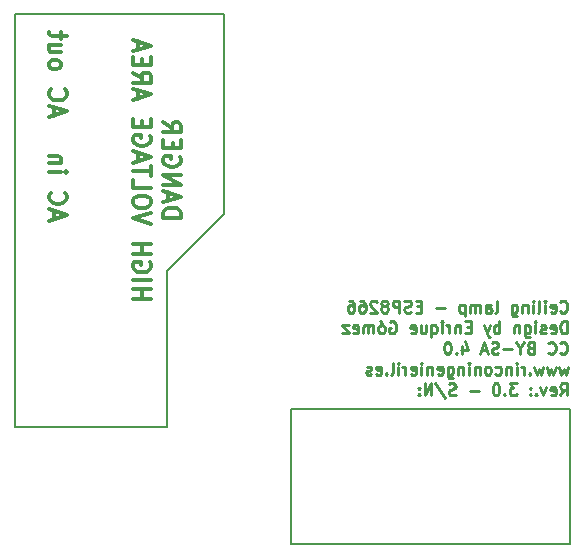
<source format=gbo>
G04 #@! TF.GenerationSoftware,KiCad,Pcbnew,5.1.9-73d0e3b20d~88~ubuntu20.04.1*
G04 #@! TF.CreationDate,2021-03-27T20:57:37+01:00*
G04 #@! TF.ProjectId,Ceiling lamp,4365696c-696e-4672-906c-616d702e6b69,rev?*
G04 #@! TF.SameCoordinates,Original*
G04 #@! TF.FileFunction,Legend,Bot*
G04 #@! TF.FilePolarity,Positive*
%FSLAX46Y46*%
G04 Gerber Fmt 4.6, Leading zero omitted, Abs format (unit mm)*
G04 Created by KiCad (PCBNEW 5.1.9-73d0e3b20d~88~ubuntu20.04.1) date 2021-03-27 20:57:37*
%MOMM*%
%LPD*%
G01*
G04 APERTURE LIST*
%ADD10C,0.300000*%
%ADD11C,0.200000*%
%ADD12C,0.250000*%
G04 APERTURE END LIST*
D10*
X73150000Y-65614285D02*
X73150000Y-64900000D01*
X72721428Y-65757142D02*
X74221428Y-65257142D01*
X72721428Y-64757142D01*
X72864285Y-63400000D02*
X72792857Y-63471428D01*
X72721428Y-63685714D01*
X72721428Y-63828571D01*
X72792857Y-64042857D01*
X72935714Y-64185714D01*
X73078571Y-64257142D01*
X73364285Y-64328571D01*
X73578571Y-64328571D01*
X73864285Y-64257142D01*
X74007142Y-64185714D01*
X74150000Y-64042857D01*
X74221428Y-63828571D01*
X74221428Y-63685714D01*
X74150000Y-63471428D01*
X74078571Y-63400000D01*
X72721428Y-61614285D02*
X73721428Y-61614285D01*
X74221428Y-61614285D02*
X74150000Y-61685714D01*
X74078571Y-61614285D01*
X74150000Y-61542857D01*
X74221428Y-61614285D01*
X74078571Y-61614285D01*
X73721428Y-60900000D02*
X72721428Y-60900000D01*
X73578571Y-60900000D02*
X73650000Y-60828571D01*
X73721428Y-60685714D01*
X73721428Y-60471428D01*
X73650000Y-60328571D01*
X73507142Y-60257142D01*
X72721428Y-60257142D01*
X73150000Y-56864285D02*
X73150000Y-56150000D01*
X72721428Y-57007142D02*
X74221428Y-56507142D01*
X72721428Y-56007142D01*
X72864285Y-54650000D02*
X72792857Y-54721428D01*
X72721428Y-54935714D01*
X72721428Y-55078571D01*
X72792857Y-55292857D01*
X72935714Y-55435714D01*
X73078571Y-55507142D01*
X73364285Y-55578571D01*
X73578571Y-55578571D01*
X73864285Y-55507142D01*
X74007142Y-55435714D01*
X74150000Y-55292857D01*
X74221428Y-55078571D01*
X74221428Y-54935714D01*
X74150000Y-54721428D01*
X74078571Y-54650000D01*
X72721428Y-52650000D02*
X72792857Y-52792857D01*
X72864285Y-52864285D01*
X73007142Y-52935714D01*
X73435714Y-52935714D01*
X73578571Y-52864285D01*
X73650000Y-52792857D01*
X73721428Y-52650000D01*
X73721428Y-52435714D01*
X73650000Y-52292857D01*
X73578571Y-52221428D01*
X73435714Y-52150000D01*
X73007142Y-52150000D01*
X72864285Y-52221428D01*
X72792857Y-52292857D01*
X72721428Y-52435714D01*
X72721428Y-52650000D01*
X73721428Y-50864285D02*
X72721428Y-50864285D01*
X73721428Y-51507142D02*
X72935714Y-51507142D01*
X72792857Y-51435714D01*
X72721428Y-51292857D01*
X72721428Y-51078571D01*
X72792857Y-50935714D01*
X72864285Y-50864285D01*
X73721428Y-50364285D02*
X73721428Y-49792857D01*
X74221428Y-50150000D02*
X72935714Y-50150000D01*
X72792857Y-50078571D01*
X72721428Y-49935714D01*
X72721428Y-49792857D01*
D11*
X82677000Y-83185000D02*
X82677000Y-69977000D01*
X116840000Y-93091000D02*
X116840000Y-81661000D01*
X93218000Y-93091000D02*
X116840000Y-93091000D01*
X93218000Y-81661000D02*
X93218000Y-93091000D01*
X116840000Y-81661000D02*
X93218000Y-81661000D01*
X69850000Y-83185000D02*
X69850000Y-48260000D01*
X82677000Y-83185000D02*
X69850000Y-83185000D01*
X87503000Y-65151000D02*
X82677000Y-69977000D01*
X87503000Y-48260000D02*
X87503000Y-65151000D01*
X69850000Y-48260000D02*
X87503000Y-48260000D01*
D10*
X82396428Y-65500000D02*
X83896428Y-65500000D01*
X83896428Y-65142857D01*
X83825000Y-64928571D01*
X83682142Y-64785714D01*
X83539285Y-64714285D01*
X83253571Y-64642857D01*
X83039285Y-64642857D01*
X82753571Y-64714285D01*
X82610714Y-64785714D01*
X82467857Y-64928571D01*
X82396428Y-65142857D01*
X82396428Y-65500000D01*
X82825000Y-64071428D02*
X82825000Y-63357142D01*
X82396428Y-64214285D02*
X83896428Y-63714285D01*
X82396428Y-63214285D01*
X82396428Y-62714285D02*
X83896428Y-62714285D01*
X82396428Y-61857142D01*
X83896428Y-61857142D01*
X83825000Y-60357142D02*
X83896428Y-60500000D01*
X83896428Y-60714285D01*
X83825000Y-60928571D01*
X83682142Y-61071428D01*
X83539285Y-61142857D01*
X83253571Y-61214285D01*
X83039285Y-61214285D01*
X82753571Y-61142857D01*
X82610714Y-61071428D01*
X82467857Y-60928571D01*
X82396428Y-60714285D01*
X82396428Y-60571428D01*
X82467857Y-60357142D01*
X82539285Y-60285714D01*
X83039285Y-60285714D01*
X83039285Y-60571428D01*
X83182142Y-59642857D02*
X83182142Y-59142857D01*
X82396428Y-58928571D02*
X82396428Y-59642857D01*
X83896428Y-59642857D01*
X83896428Y-58928571D01*
X82396428Y-57428571D02*
X83110714Y-57928571D01*
X82396428Y-58285714D02*
X83896428Y-58285714D01*
X83896428Y-57714285D01*
X83825000Y-57571428D01*
X83753571Y-57500000D01*
X83610714Y-57428571D01*
X83396428Y-57428571D01*
X83253571Y-57500000D01*
X83182142Y-57571428D01*
X83110714Y-57714285D01*
X83110714Y-58285714D01*
X79846428Y-72357142D02*
X81346428Y-72357142D01*
X80632142Y-72357142D02*
X80632142Y-71500000D01*
X79846428Y-71500000D02*
X81346428Y-71500000D01*
X79846428Y-70785714D02*
X81346428Y-70785714D01*
X81275000Y-69285714D02*
X81346428Y-69428571D01*
X81346428Y-69642857D01*
X81275000Y-69857142D01*
X81132142Y-70000000D01*
X80989285Y-70071428D01*
X80703571Y-70142857D01*
X80489285Y-70142857D01*
X80203571Y-70071428D01*
X80060714Y-70000000D01*
X79917857Y-69857142D01*
X79846428Y-69642857D01*
X79846428Y-69500000D01*
X79917857Y-69285714D01*
X79989285Y-69214285D01*
X80489285Y-69214285D01*
X80489285Y-69500000D01*
X79846428Y-68571428D02*
X81346428Y-68571428D01*
X80632142Y-68571428D02*
X80632142Y-67714285D01*
X79846428Y-67714285D02*
X81346428Y-67714285D01*
X81346428Y-66071428D02*
X79846428Y-65571428D01*
X81346428Y-65071428D01*
X81346428Y-64285714D02*
X81346428Y-64000000D01*
X81275000Y-63857142D01*
X81132142Y-63714285D01*
X80846428Y-63642857D01*
X80346428Y-63642857D01*
X80060714Y-63714285D01*
X79917857Y-63857142D01*
X79846428Y-64000000D01*
X79846428Y-64285714D01*
X79917857Y-64428571D01*
X80060714Y-64571428D01*
X80346428Y-64642857D01*
X80846428Y-64642857D01*
X81132142Y-64571428D01*
X81275000Y-64428571D01*
X81346428Y-64285714D01*
X79846428Y-62285714D02*
X79846428Y-63000000D01*
X81346428Y-63000000D01*
X81346428Y-62000000D02*
X81346428Y-61142857D01*
X79846428Y-61571428D02*
X81346428Y-61571428D01*
X80275000Y-60714285D02*
X80275000Y-60000000D01*
X79846428Y-60857142D02*
X81346428Y-60357142D01*
X79846428Y-59857142D01*
X81275000Y-58571428D02*
X81346428Y-58714285D01*
X81346428Y-58928571D01*
X81275000Y-59142857D01*
X81132142Y-59285714D01*
X80989285Y-59357142D01*
X80703571Y-59428571D01*
X80489285Y-59428571D01*
X80203571Y-59357142D01*
X80060714Y-59285714D01*
X79917857Y-59142857D01*
X79846428Y-58928571D01*
X79846428Y-58785714D01*
X79917857Y-58571428D01*
X79989285Y-58500000D01*
X80489285Y-58500000D01*
X80489285Y-58785714D01*
X80632142Y-57857142D02*
X80632142Y-57357142D01*
X79846428Y-57142857D02*
X79846428Y-57857142D01*
X81346428Y-57857142D01*
X81346428Y-57142857D01*
X80275000Y-55428571D02*
X80275000Y-54714285D01*
X79846428Y-55571428D02*
X81346428Y-55071428D01*
X79846428Y-54571428D01*
X79846428Y-53214285D02*
X80560714Y-53714285D01*
X79846428Y-54071428D02*
X81346428Y-54071428D01*
X81346428Y-53500000D01*
X81275000Y-53357142D01*
X81203571Y-53285714D01*
X81060714Y-53214285D01*
X80846428Y-53214285D01*
X80703571Y-53285714D01*
X80632142Y-53357142D01*
X80560714Y-53500000D01*
X80560714Y-54071428D01*
X80632142Y-52571428D02*
X80632142Y-52071428D01*
X79846428Y-51857142D02*
X79846428Y-52571428D01*
X81346428Y-52571428D01*
X81346428Y-51857142D01*
X80275000Y-51285714D02*
X80275000Y-50571428D01*
X79846428Y-51428571D02*
X81346428Y-50928571D01*
X79846428Y-50428571D01*
D12*
X115994976Y-73438142D02*
X116042595Y-73485761D01*
X116185452Y-73533380D01*
X116280690Y-73533380D01*
X116423547Y-73485761D01*
X116518785Y-73390523D01*
X116566404Y-73295285D01*
X116614023Y-73104809D01*
X116614023Y-72961952D01*
X116566404Y-72771476D01*
X116518785Y-72676238D01*
X116423547Y-72581000D01*
X116280690Y-72533380D01*
X116185452Y-72533380D01*
X116042595Y-72581000D01*
X115994976Y-72628619D01*
X115185452Y-73485761D02*
X115280690Y-73533380D01*
X115471166Y-73533380D01*
X115566404Y-73485761D01*
X115614023Y-73390523D01*
X115614023Y-73009571D01*
X115566404Y-72914333D01*
X115471166Y-72866714D01*
X115280690Y-72866714D01*
X115185452Y-72914333D01*
X115137833Y-73009571D01*
X115137833Y-73104809D01*
X115614023Y-73200047D01*
X114709261Y-73533380D02*
X114709261Y-72866714D01*
X114709261Y-72533380D02*
X114756880Y-72581000D01*
X114709261Y-72628619D01*
X114661642Y-72581000D01*
X114709261Y-72533380D01*
X114709261Y-72628619D01*
X114090214Y-73533380D02*
X114185452Y-73485761D01*
X114233071Y-73390523D01*
X114233071Y-72533380D01*
X113709261Y-73533380D02*
X113709261Y-72866714D01*
X113709261Y-72533380D02*
X113756880Y-72581000D01*
X113709261Y-72628619D01*
X113661642Y-72581000D01*
X113709261Y-72533380D01*
X113709261Y-72628619D01*
X113233071Y-72866714D02*
X113233071Y-73533380D01*
X113233071Y-72961952D02*
X113185452Y-72914333D01*
X113090214Y-72866714D01*
X112947357Y-72866714D01*
X112852119Y-72914333D01*
X112804500Y-73009571D01*
X112804500Y-73533380D01*
X111899738Y-72866714D02*
X111899738Y-73676238D01*
X111947357Y-73771476D01*
X111994976Y-73819095D01*
X112090214Y-73866714D01*
X112233071Y-73866714D01*
X112328309Y-73819095D01*
X111899738Y-73485761D02*
X111994976Y-73533380D01*
X112185452Y-73533380D01*
X112280690Y-73485761D01*
X112328309Y-73438142D01*
X112375928Y-73342904D01*
X112375928Y-73057190D01*
X112328309Y-72961952D01*
X112280690Y-72914333D01*
X112185452Y-72866714D01*
X111994976Y-72866714D01*
X111899738Y-72914333D01*
X110518785Y-73533380D02*
X110614023Y-73485761D01*
X110661642Y-73390523D01*
X110661642Y-72533380D01*
X109709261Y-73533380D02*
X109709261Y-73009571D01*
X109756880Y-72914333D01*
X109852119Y-72866714D01*
X110042595Y-72866714D01*
X110137833Y-72914333D01*
X109709261Y-73485761D02*
X109804500Y-73533380D01*
X110042595Y-73533380D01*
X110137833Y-73485761D01*
X110185452Y-73390523D01*
X110185452Y-73295285D01*
X110137833Y-73200047D01*
X110042595Y-73152428D01*
X109804500Y-73152428D01*
X109709261Y-73104809D01*
X109233071Y-73533380D02*
X109233071Y-72866714D01*
X109233071Y-72961952D02*
X109185452Y-72914333D01*
X109090214Y-72866714D01*
X108947357Y-72866714D01*
X108852119Y-72914333D01*
X108804500Y-73009571D01*
X108804500Y-73533380D01*
X108804500Y-73009571D02*
X108756880Y-72914333D01*
X108661642Y-72866714D01*
X108518785Y-72866714D01*
X108423547Y-72914333D01*
X108375928Y-73009571D01*
X108375928Y-73533380D01*
X107899738Y-72866714D02*
X107899738Y-73866714D01*
X107899738Y-72914333D02*
X107804500Y-72866714D01*
X107614023Y-72866714D01*
X107518785Y-72914333D01*
X107471166Y-72961952D01*
X107423547Y-73057190D01*
X107423547Y-73342904D01*
X107471166Y-73438142D01*
X107518785Y-73485761D01*
X107614023Y-73533380D01*
X107804500Y-73533380D01*
X107899738Y-73485761D01*
X106233071Y-73152428D02*
X105471166Y-73152428D01*
X104233071Y-73009571D02*
X103899738Y-73009571D01*
X103756880Y-73533380D02*
X104233071Y-73533380D01*
X104233071Y-72533380D01*
X103756880Y-72533380D01*
X103375928Y-73485761D02*
X103233071Y-73533380D01*
X102994976Y-73533380D01*
X102899738Y-73485761D01*
X102852119Y-73438142D01*
X102804500Y-73342904D01*
X102804500Y-73247666D01*
X102852119Y-73152428D01*
X102899738Y-73104809D01*
X102994976Y-73057190D01*
X103185452Y-73009571D01*
X103280690Y-72961952D01*
X103328309Y-72914333D01*
X103375928Y-72819095D01*
X103375928Y-72723857D01*
X103328309Y-72628619D01*
X103280690Y-72581000D01*
X103185452Y-72533380D01*
X102947357Y-72533380D01*
X102804500Y-72581000D01*
X102375928Y-73533380D02*
X102375928Y-72533380D01*
X101994976Y-72533380D01*
X101899738Y-72581000D01*
X101852119Y-72628619D01*
X101804500Y-72723857D01*
X101804500Y-72866714D01*
X101852119Y-72961952D01*
X101899738Y-73009571D01*
X101994976Y-73057190D01*
X102375928Y-73057190D01*
X101233071Y-72961952D02*
X101328309Y-72914333D01*
X101375928Y-72866714D01*
X101423547Y-72771476D01*
X101423547Y-72723857D01*
X101375928Y-72628619D01*
X101328309Y-72581000D01*
X101233071Y-72533380D01*
X101042595Y-72533380D01*
X100947357Y-72581000D01*
X100899738Y-72628619D01*
X100852119Y-72723857D01*
X100852119Y-72771476D01*
X100899738Y-72866714D01*
X100947357Y-72914333D01*
X101042595Y-72961952D01*
X101233071Y-72961952D01*
X101328309Y-73009571D01*
X101375928Y-73057190D01*
X101423547Y-73152428D01*
X101423547Y-73342904D01*
X101375928Y-73438142D01*
X101328309Y-73485761D01*
X101233071Y-73533380D01*
X101042595Y-73533380D01*
X100947357Y-73485761D01*
X100899738Y-73438142D01*
X100852119Y-73342904D01*
X100852119Y-73152428D01*
X100899738Y-73057190D01*
X100947357Y-73009571D01*
X101042595Y-72961952D01*
X100471166Y-72628619D02*
X100423547Y-72581000D01*
X100328309Y-72533380D01*
X100090214Y-72533380D01*
X99994976Y-72581000D01*
X99947357Y-72628619D01*
X99899738Y-72723857D01*
X99899738Y-72819095D01*
X99947357Y-72961952D01*
X100518785Y-73533380D01*
X99899738Y-73533380D01*
X99042595Y-72533380D02*
X99233071Y-72533380D01*
X99328309Y-72581000D01*
X99375928Y-72628619D01*
X99471166Y-72771476D01*
X99518785Y-72961952D01*
X99518785Y-73342904D01*
X99471166Y-73438142D01*
X99423547Y-73485761D01*
X99328309Y-73533380D01*
X99137833Y-73533380D01*
X99042595Y-73485761D01*
X98994976Y-73438142D01*
X98947357Y-73342904D01*
X98947357Y-73104809D01*
X98994976Y-73009571D01*
X99042595Y-72961952D01*
X99137833Y-72914333D01*
X99328309Y-72914333D01*
X99423547Y-72961952D01*
X99471166Y-73009571D01*
X99518785Y-73104809D01*
X98090214Y-72533380D02*
X98280690Y-72533380D01*
X98375928Y-72581000D01*
X98423547Y-72628619D01*
X98518785Y-72771476D01*
X98566404Y-72961952D01*
X98566404Y-73342904D01*
X98518785Y-73438142D01*
X98471166Y-73485761D01*
X98375928Y-73533380D01*
X98185452Y-73533380D01*
X98090214Y-73485761D01*
X98042595Y-73438142D01*
X97994976Y-73342904D01*
X97994976Y-73104809D01*
X98042595Y-73009571D01*
X98090214Y-72961952D01*
X98185452Y-72914333D01*
X98375928Y-72914333D01*
X98471166Y-72961952D01*
X98518785Y-73009571D01*
X98566404Y-73104809D01*
X116566404Y-75283380D02*
X116566404Y-74283380D01*
X116328309Y-74283380D01*
X116185452Y-74331000D01*
X116090214Y-74426238D01*
X116042595Y-74521476D01*
X115994976Y-74711952D01*
X115994976Y-74854809D01*
X116042595Y-75045285D01*
X116090214Y-75140523D01*
X116185452Y-75235761D01*
X116328309Y-75283380D01*
X116566404Y-75283380D01*
X115185452Y-75235761D02*
X115280690Y-75283380D01*
X115471166Y-75283380D01*
X115566404Y-75235761D01*
X115614023Y-75140523D01*
X115614023Y-74759571D01*
X115566404Y-74664333D01*
X115471166Y-74616714D01*
X115280690Y-74616714D01*
X115185452Y-74664333D01*
X115137833Y-74759571D01*
X115137833Y-74854809D01*
X115614023Y-74950047D01*
X114756880Y-75235761D02*
X114661642Y-75283380D01*
X114471166Y-75283380D01*
X114375928Y-75235761D01*
X114328309Y-75140523D01*
X114328309Y-75092904D01*
X114375928Y-74997666D01*
X114471166Y-74950047D01*
X114614023Y-74950047D01*
X114709261Y-74902428D01*
X114756880Y-74807190D01*
X114756880Y-74759571D01*
X114709261Y-74664333D01*
X114614023Y-74616714D01*
X114471166Y-74616714D01*
X114375928Y-74664333D01*
X113899738Y-75283380D02*
X113899738Y-74616714D01*
X113899738Y-74283380D02*
X113947357Y-74331000D01*
X113899738Y-74378619D01*
X113852119Y-74331000D01*
X113899738Y-74283380D01*
X113899738Y-74378619D01*
X112994976Y-74616714D02*
X112994976Y-75426238D01*
X113042595Y-75521476D01*
X113090214Y-75569095D01*
X113185452Y-75616714D01*
X113328309Y-75616714D01*
X113423547Y-75569095D01*
X112994976Y-75235761D02*
X113090214Y-75283380D01*
X113280690Y-75283380D01*
X113375928Y-75235761D01*
X113423547Y-75188142D01*
X113471166Y-75092904D01*
X113471166Y-74807190D01*
X113423547Y-74711952D01*
X113375928Y-74664333D01*
X113280690Y-74616714D01*
X113090214Y-74616714D01*
X112994976Y-74664333D01*
X112518785Y-74616714D02*
X112518785Y-75283380D01*
X112518785Y-74711952D02*
X112471166Y-74664333D01*
X112375928Y-74616714D01*
X112233071Y-74616714D01*
X112137833Y-74664333D01*
X112090214Y-74759571D01*
X112090214Y-75283380D01*
X110852119Y-75283380D02*
X110852119Y-74283380D01*
X110852119Y-74664333D02*
X110756880Y-74616714D01*
X110566404Y-74616714D01*
X110471166Y-74664333D01*
X110423547Y-74711952D01*
X110375928Y-74807190D01*
X110375928Y-75092904D01*
X110423547Y-75188142D01*
X110471166Y-75235761D01*
X110566404Y-75283380D01*
X110756880Y-75283380D01*
X110852119Y-75235761D01*
X110042595Y-74616714D02*
X109804500Y-75283380D01*
X109566404Y-74616714D02*
X109804500Y-75283380D01*
X109899738Y-75521476D01*
X109947357Y-75569095D01*
X110042595Y-75616714D01*
X108423547Y-74759571D02*
X108090214Y-74759571D01*
X107947357Y-75283380D02*
X108423547Y-75283380D01*
X108423547Y-74283380D01*
X107947357Y-74283380D01*
X107518785Y-74616714D02*
X107518785Y-75283380D01*
X107518785Y-74711952D02*
X107471166Y-74664333D01*
X107375928Y-74616714D01*
X107233071Y-74616714D01*
X107137833Y-74664333D01*
X107090214Y-74759571D01*
X107090214Y-75283380D01*
X106614023Y-75283380D02*
X106614023Y-74616714D01*
X106614023Y-74807190D02*
X106566404Y-74711952D01*
X106518785Y-74664333D01*
X106423547Y-74616714D01*
X106328309Y-74616714D01*
X105994976Y-75283380D02*
X105994976Y-74616714D01*
X105994976Y-74283380D02*
X106042595Y-74331000D01*
X105994976Y-74378619D01*
X105947357Y-74331000D01*
X105994976Y-74283380D01*
X105994976Y-74378619D01*
X105090214Y-74616714D02*
X105090214Y-75616714D01*
X105090214Y-75235761D02*
X105185452Y-75283380D01*
X105375928Y-75283380D01*
X105471166Y-75235761D01*
X105518785Y-75188142D01*
X105566404Y-75092904D01*
X105566404Y-74807190D01*
X105518785Y-74711952D01*
X105471166Y-74664333D01*
X105375928Y-74616714D01*
X105185452Y-74616714D01*
X105090214Y-74664333D01*
X104185452Y-74616714D02*
X104185452Y-75283380D01*
X104614023Y-74616714D02*
X104614023Y-75140523D01*
X104566404Y-75235761D01*
X104471166Y-75283380D01*
X104328309Y-75283380D01*
X104233071Y-75235761D01*
X104185452Y-75188142D01*
X103328309Y-75235761D02*
X103423547Y-75283380D01*
X103614023Y-75283380D01*
X103709261Y-75235761D01*
X103756880Y-75140523D01*
X103756880Y-74759571D01*
X103709261Y-74664333D01*
X103614023Y-74616714D01*
X103423547Y-74616714D01*
X103328309Y-74664333D01*
X103280690Y-74759571D01*
X103280690Y-74854809D01*
X103756880Y-74950047D01*
X101566404Y-74331000D02*
X101661642Y-74283380D01*
X101804500Y-74283380D01*
X101947357Y-74331000D01*
X102042595Y-74426238D01*
X102090214Y-74521476D01*
X102137833Y-74711952D01*
X102137833Y-74854809D01*
X102090214Y-75045285D01*
X102042595Y-75140523D01*
X101947357Y-75235761D01*
X101804500Y-75283380D01*
X101709261Y-75283380D01*
X101566404Y-75235761D01*
X101518785Y-75188142D01*
X101518785Y-74854809D01*
X101709261Y-74854809D01*
X100947357Y-75283380D02*
X101042595Y-75235761D01*
X101090214Y-75188142D01*
X101137833Y-75092904D01*
X101137833Y-74807190D01*
X101090214Y-74711952D01*
X101042595Y-74664333D01*
X100947357Y-74616714D01*
X100804500Y-74616714D01*
X100709261Y-74664333D01*
X100661642Y-74711952D01*
X100614023Y-74807190D01*
X100614023Y-75092904D01*
X100661642Y-75188142D01*
X100709261Y-75235761D01*
X100804500Y-75283380D01*
X100947357Y-75283380D01*
X100756880Y-74235761D02*
X100899738Y-74378619D01*
X100185452Y-75283380D02*
X100185452Y-74616714D01*
X100185452Y-74711952D02*
X100137833Y-74664333D01*
X100042595Y-74616714D01*
X99899738Y-74616714D01*
X99804500Y-74664333D01*
X99756880Y-74759571D01*
X99756880Y-75283380D01*
X99756880Y-74759571D02*
X99709261Y-74664333D01*
X99614023Y-74616714D01*
X99471166Y-74616714D01*
X99375928Y-74664333D01*
X99328309Y-74759571D01*
X99328309Y-75283380D01*
X98471166Y-75235761D02*
X98566404Y-75283380D01*
X98756880Y-75283380D01*
X98852119Y-75235761D01*
X98899738Y-75140523D01*
X98899738Y-74759571D01*
X98852119Y-74664333D01*
X98756880Y-74616714D01*
X98566404Y-74616714D01*
X98471166Y-74664333D01*
X98423547Y-74759571D01*
X98423547Y-74854809D01*
X98899738Y-74950047D01*
X98090214Y-74616714D02*
X97566404Y-74616714D01*
X98090214Y-75283380D01*
X97566404Y-75283380D01*
X115994976Y-76938142D02*
X116042595Y-76985761D01*
X116185452Y-77033380D01*
X116280690Y-77033380D01*
X116423547Y-76985761D01*
X116518785Y-76890523D01*
X116566404Y-76795285D01*
X116614023Y-76604809D01*
X116614023Y-76461952D01*
X116566404Y-76271476D01*
X116518785Y-76176238D01*
X116423547Y-76081000D01*
X116280690Y-76033380D01*
X116185452Y-76033380D01*
X116042595Y-76081000D01*
X115994976Y-76128619D01*
X114994976Y-76938142D02*
X115042595Y-76985761D01*
X115185452Y-77033380D01*
X115280690Y-77033380D01*
X115423547Y-76985761D01*
X115518785Y-76890523D01*
X115566404Y-76795285D01*
X115614023Y-76604809D01*
X115614023Y-76461952D01*
X115566404Y-76271476D01*
X115518785Y-76176238D01*
X115423547Y-76081000D01*
X115280690Y-76033380D01*
X115185452Y-76033380D01*
X115042595Y-76081000D01*
X114994976Y-76128619D01*
X113471166Y-76509571D02*
X113328309Y-76557190D01*
X113280690Y-76604809D01*
X113233071Y-76700047D01*
X113233071Y-76842904D01*
X113280690Y-76938142D01*
X113328309Y-76985761D01*
X113423547Y-77033380D01*
X113804500Y-77033380D01*
X113804500Y-76033380D01*
X113471166Y-76033380D01*
X113375928Y-76081000D01*
X113328309Y-76128619D01*
X113280690Y-76223857D01*
X113280690Y-76319095D01*
X113328309Y-76414333D01*
X113375928Y-76461952D01*
X113471166Y-76509571D01*
X113804500Y-76509571D01*
X112614023Y-76557190D02*
X112614023Y-77033380D01*
X112947357Y-76033380D02*
X112614023Y-76557190D01*
X112280690Y-76033380D01*
X111947357Y-76652428D02*
X111185452Y-76652428D01*
X110756880Y-76985761D02*
X110614023Y-77033380D01*
X110375928Y-77033380D01*
X110280690Y-76985761D01*
X110233071Y-76938142D01*
X110185452Y-76842904D01*
X110185452Y-76747666D01*
X110233071Y-76652428D01*
X110280690Y-76604809D01*
X110375928Y-76557190D01*
X110566404Y-76509571D01*
X110661642Y-76461952D01*
X110709261Y-76414333D01*
X110756880Y-76319095D01*
X110756880Y-76223857D01*
X110709261Y-76128619D01*
X110661642Y-76081000D01*
X110566404Y-76033380D01*
X110328309Y-76033380D01*
X110185452Y-76081000D01*
X109804500Y-76747666D02*
X109328309Y-76747666D01*
X109899738Y-77033380D02*
X109566404Y-76033380D01*
X109233071Y-77033380D01*
X107709261Y-76366714D02*
X107709261Y-77033380D01*
X107947357Y-75985761D02*
X108185452Y-76700047D01*
X107566404Y-76700047D01*
X107185452Y-76938142D02*
X107137833Y-76985761D01*
X107185452Y-77033380D01*
X107233071Y-76985761D01*
X107185452Y-76938142D01*
X107185452Y-77033380D01*
X106518785Y-76033380D02*
X106423547Y-76033380D01*
X106328309Y-76081000D01*
X106280690Y-76128619D01*
X106233071Y-76223857D01*
X106185452Y-76414333D01*
X106185452Y-76652428D01*
X106233071Y-76842904D01*
X106280690Y-76938142D01*
X106328309Y-76985761D01*
X106423547Y-77033380D01*
X106518785Y-77033380D01*
X106614023Y-76985761D01*
X106661642Y-76938142D01*
X106709261Y-76842904D01*
X106756880Y-76652428D01*
X106756880Y-76414333D01*
X106709261Y-76223857D01*
X106661642Y-76128619D01*
X106614023Y-76081000D01*
X106518785Y-76033380D01*
X116661642Y-78116714D02*
X116471166Y-78783380D01*
X116280690Y-78307190D01*
X116090214Y-78783380D01*
X115899738Y-78116714D01*
X115614023Y-78116714D02*
X115423547Y-78783380D01*
X115233071Y-78307190D01*
X115042595Y-78783380D01*
X114852119Y-78116714D01*
X114566404Y-78116714D02*
X114375928Y-78783380D01*
X114185452Y-78307190D01*
X113994976Y-78783380D01*
X113804500Y-78116714D01*
X113423547Y-78688142D02*
X113375928Y-78735761D01*
X113423547Y-78783380D01*
X113471166Y-78735761D01*
X113423547Y-78688142D01*
X113423547Y-78783380D01*
X112947357Y-78783380D02*
X112947357Y-78116714D01*
X112947357Y-78307190D02*
X112899738Y-78211952D01*
X112852119Y-78164333D01*
X112756880Y-78116714D01*
X112661642Y-78116714D01*
X112328309Y-78783380D02*
X112328309Y-78116714D01*
X112328309Y-77783380D02*
X112375928Y-77831000D01*
X112328309Y-77878619D01*
X112280690Y-77831000D01*
X112328309Y-77783380D01*
X112328309Y-77878619D01*
X111852119Y-78116714D02*
X111852119Y-78783380D01*
X111852119Y-78211952D02*
X111804500Y-78164333D01*
X111709261Y-78116714D01*
X111566404Y-78116714D01*
X111471166Y-78164333D01*
X111423547Y-78259571D01*
X111423547Y-78783380D01*
X110518785Y-78735761D02*
X110614023Y-78783380D01*
X110804500Y-78783380D01*
X110899738Y-78735761D01*
X110947357Y-78688142D01*
X110994976Y-78592904D01*
X110994976Y-78307190D01*
X110947357Y-78211952D01*
X110899738Y-78164333D01*
X110804500Y-78116714D01*
X110614023Y-78116714D01*
X110518785Y-78164333D01*
X109947357Y-78783380D02*
X110042595Y-78735761D01*
X110090214Y-78688142D01*
X110137833Y-78592904D01*
X110137833Y-78307190D01*
X110090214Y-78211952D01*
X110042595Y-78164333D01*
X109947357Y-78116714D01*
X109804500Y-78116714D01*
X109709261Y-78164333D01*
X109661642Y-78211952D01*
X109614023Y-78307190D01*
X109614023Y-78592904D01*
X109661642Y-78688142D01*
X109709261Y-78735761D01*
X109804500Y-78783380D01*
X109947357Y-78783380D01*
X109185452Y-78116714D02*
X109185452Y-78783380D01*
X109185452Y-78211952D02*
X109137833Y-78164333D01*
X109042595Y-78116714D01*
X108899738Y-78116714D01*
X108804500Y-78164333D01*
X108756880Y-78259571D01*
X108756880Y-78783380D01*
X108280690Y-78783380D02*
X108280690Y-78116714D01*
X108280690Y-77783380D02*
X108328309Y-77831000D01*
X108280690Y-77878619D01*
X108233071Y-77831000D01*
X108280690Y-77783380D01*
X108280690Y-77878619D01*
X107804500Y-78116714D02*
X107804500Y-78783380D01*
X107804500Y-78211952D02*
X107756880Y-78164333D01*
X107661642Y-78116714D01*
X107518785Y-78116714D01*
X107423547Y-78164333D01*
X107375928Y-78259571D01*
X107375928Y-78783380D01*
X106471166Y-78116714D02*
X106471166Y-78926238D01*
X106518785Y-79021476D01*
X106566404Y-79069095D01*
X106661642Y-79116714D01*
X106804500Y-79116714D01*
X106899738Y-79069095D01*
X106471166Y-78735761D02*
X106566404Y-78783380D01*
X106756880Y-78783380D01*
X106852119Y-78735761D01*
X106899738Y-78688142D01*
X106947357Y-78592904D01*
X106947357Y-78307190D01*
X106899738Y-78211952D01*
X106852119Y-78164333D01*
X106756880Y-78116714D01*
X106566404Y-78116714D01*
X106471166Y-78164333D01*
X105614023Y-78735761D02*
X105709261Y-78783380D01*
X105899738Y-78783380D01*
X105994976Y-78735761D01*
X106042595Y-78640523D01*
X106042595Y-78259571D01*
X105994976Y-78164333D01*
X105899738Y-78116714D01*
X105709261Y-78116714D01*
X105614023Y-78164333D01*
X105566404Y-78259571D01*
X105566404Y-78354809D01*
X106042595Y-78450047D01*
X105137833Y-78116714D02*
X105137833Y-78783380D01*
X105137833Y-78211952D02*
X105090214Y-78164333D01*
X104994976Y-78116714D01*
X104852119Y-78116714D01*
X104756880Y-78164333D01*
X104709261Y-78259571D01*
X104709261Y-78783380D01*
X104233071Y-78783380D02*
X104233071Y-78116714D01*
X104233071Y-77783380D02*
X104280690Y-77831000D01*
X104233071Y-77878619D01*
X104185452Y-77831000D01*
X104233071Y-77783380D01*
X104233071Y-77878619D01*
X103375928Y-78735761D02*
X103471166Y-78783380D01*
X103661642Y-78783380D01*
X103756880Y-78735761D01*
X103804500Y-78640523D01*
X103804500Y-78259571D01*
X103756880Y-78164333D01*
X103661642Y-78116714D01*
X103471166Y-78116714D01*
X103375928Y-78164333D01*
X103328309Y-78259571D01*
X103328309Y-78354809D01*
X103804500Y-78450047D01*
X102899738Y-78783380D02*
X102899738Y-78116714D01*
X102899738Y-78307190D02*
X102852119Y-78211952D01*
X102804500Y-78164333D01*
X102709261Y-78116714D01*
X102614023Y-78116714D01*
X102280690Y-78783380D02*
X102280690Y-78116714D01*
X102280690Y-77783380D02*
X102328309Y-77831000D01*
X102280690Y-77878619D01*
X102233071Y-77831000D01*
X102280690Y-77783380D01*
X102280690Y-77878619D01*
X101661642Y-78783380D02*
X101756880Y-78735761D01*
X101804500Y-78640523D01*
X101804500Y-77783380D01*
X101280690Y-78688142D02*
X101233071Y-78735761D01*
X101280690Y-78783380D01*
X101328309Y-78735761D01*
X101280690Y-78688142D01*
X101280690Y-78783380D01*
X100423547Y-78735761D02*
X100518785Y-78783380D01*
X100709261Y-78783380D01*
X100804500Y-78735761D01*
X100852119Y-78640523D01*
X100852119Y-78259571D01*
X100804500Y-78164333D01*
X100709261Y-78116714D01*
X100518785Y-78116714D01*
X100423547Y-78164333D01*
X100375928Y-78259571D01*
X100375928Y-78354809D01*
X100852119Y-78450047D01*
X99994976Y-78735761D02*
X99899738Y-78783380D01*
X99709261Y-78783380D01*
X99614023Y-78735761D01*
X99566404Y-78640523D01*
X99566404Y-78592904D01*
X99614023Y-78497666D01*
X99709261Y-78450047D01*
X99852119Y-78450047D01*
X99947357Y-78402428D01*
X99994976Y-78307190D01*
X99994976Y-78259571D01*
X99947357Y-78164333D01*
X99852119Y-78116714D01*
X99709261Y-78116714D01*
X99614023Y-78164333D01*
X115994976Y-80533380D02*
X116328309Y-80057190D01*
X116566404Y-80533380D02*
X116566404Y-79533380D01*
X116185452Y-79533380D01*
X116090214Y-79581000D01*
X116042595Y-79628619D01*
X115994976Y-79723857D01*
X115994976Y-79866714D01*
X116042595Y-79961952D01*
X116090214Y-80009571D01*
X116185452Y-80057190D01*
X116566404Y-80057190D01*
X115185452Y-80485761D02*
X115280690Y-80533380D01*
X115471166Y-80533380D01*
X115566404Y-80485761D01*
X115614023Y-80390523D01*
X115614023Y-80009571D01*
X115566404Y-79914333D01*
X115471166Y-79866714D01*
X115280690Y-79866714D01*
X115185452Y-79914333D01*
X115137833Y-80009571D01*
X115137833Y-80104809D01*
X115614023Y-80200047D01*
X114804500Y-79866714D02*
X114566404Y-80533380D01*
X114328309Y-79866714D01*
X113947357Y-80438142D02*
X113899738Y-80485761D01*
X113947357Y-80533380D01*
X113994976Y-80485761D01*
X113947357Y-80438142D01*
X113947357Y-80533380D01*
X113471166Y-80438142D02*
X113423547Y-80485761D01*
X113471166Y-80533380D01*
X113518785Y-80485761D01*
X113471166Y-80438142D01*
X113471166Y-80533380D01*
X113471166Y-79914333D02*
X113423547Y-79961952D01*
X113471166Y-80009571D01*
X113518785Y-79961952D01*
X113471166Y-79914333D01*
X113471166Y-80009571D01*
X112328309Y-79533380D02*
X111709261Y-79533380D01*
X112042595Y-79914333D01*
X111899738Y-79914333D01*
X111804500Y-79961952D01*
X111756880Y-80009571D01*
X111709261Y-80104809D01*
X111709261Y-80342904D01*
X111756880Y-80438142D01*
X111804500Y-80485761D01*
X111899738Y-80533380D01*
X112185452Y-80533380D01*
X112280690Y-80485761D01*
X112328309Y-80438142D01*
X111280690Y-80438142D02*
X111233071Y-80485761D01*
X111280690Y-80533380D01*
X111328309Y-80485761D01*
X111280690Y-80438142D01*
X111280690Y-80533380D01*
X110614023Y-79533380D02*
X110518785Y-79533380D01*
X110423547Y-79581000D01*
X110375928Y-79628619D01*
X110328309Y-79723857D01*
X110280690Y-79914333D01*
X110280690Y-80152428D01*
X110328309Y-80342904D01*
X110375928Y-80438142D01*
X110423547Y-80485761D01*
X110518785Y-80533380D01*
X110614023Y-80533380D01*
X110709261Y-80485761D01*
X110756880Y-80438142D01*
X110804500Y-80342904D01*
X110852119Y-80152428D01*
X110852119Y-79914333D01*
X110804500Y-79723857D01*
X110756880Y-79628619D01*
X110709261Y-79581000D01*
X110614023Y-79533380D01*
X109090214Y-80152428D02*
X108328309Y-80152428D01*
X107137833Y-80485761D02*
X106994976Y-80533380D01*
X106756880Y-80533380D01*
X106661642Y-80485761D01*
X106614023Y-80438142D01*
X106566404Y-80342904D01*
X106566404Y-80247666D01*
X106614023Y-80152428D01*
X106661642Y-80104809D01*
X106756880Y-80057190D01*
X106947357Y-80009571D01*
X107042595Y-79961952D01*
X107090214Y-79914333D01*
X107137833Y-79819095D01*
X107137833Y-79723857D01*
X107090214Y-79628619D01*
X107042595Y-79581000D01*
X106947357Y-79533380D01*
X106709261Y-79533380D01*
X106566404Y-79581000D01*
X105423547Y-79485761D02*
X106280690Y-80771476D01*
X105090214Y-80533380D02*
X105090214Y-79533380D01*
X104518785Y-80533380D01*
X104518785Y-79533380D01*
X104042595Y-80438142D02*
X103994976Y-80485761D01*
X104042595Y-80533380D01*
X104090214Y-80485761D01*
X104042595Y-80438142D01*
X104042595Y-80533380D01*
X104042595Y-79914333D02*
X103994976Y-79961952D01*
X104042595Y-80009571D01*
X104090214Y-79961952D01*
X104042595Y-79914333D01*
X104042595Y-80009571D01*
M02*

</source>
